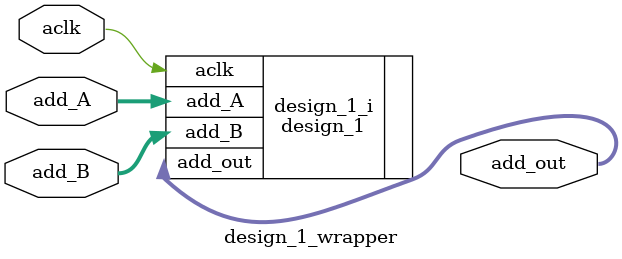
<source format=v>
`timescale 1 ps / 1 ps

module design_1_wrapper
   (aclk,
    add_A,
    add_B,
    add_out);
  input aclk;
  input [31:0]add_A;
  input [31:0]add_B;
  output [31:0]add_out;

  wire aclk;
  wire [31:0]add_A;
  wire [31:0]add_B;
  wire [31:0]add_out;

  design_1 design_1_i
       (.aclk(aclk),
        .add_A(add_A),
        .add_B(add_B),
        .add_out(add_out));
endmodule

</source>
